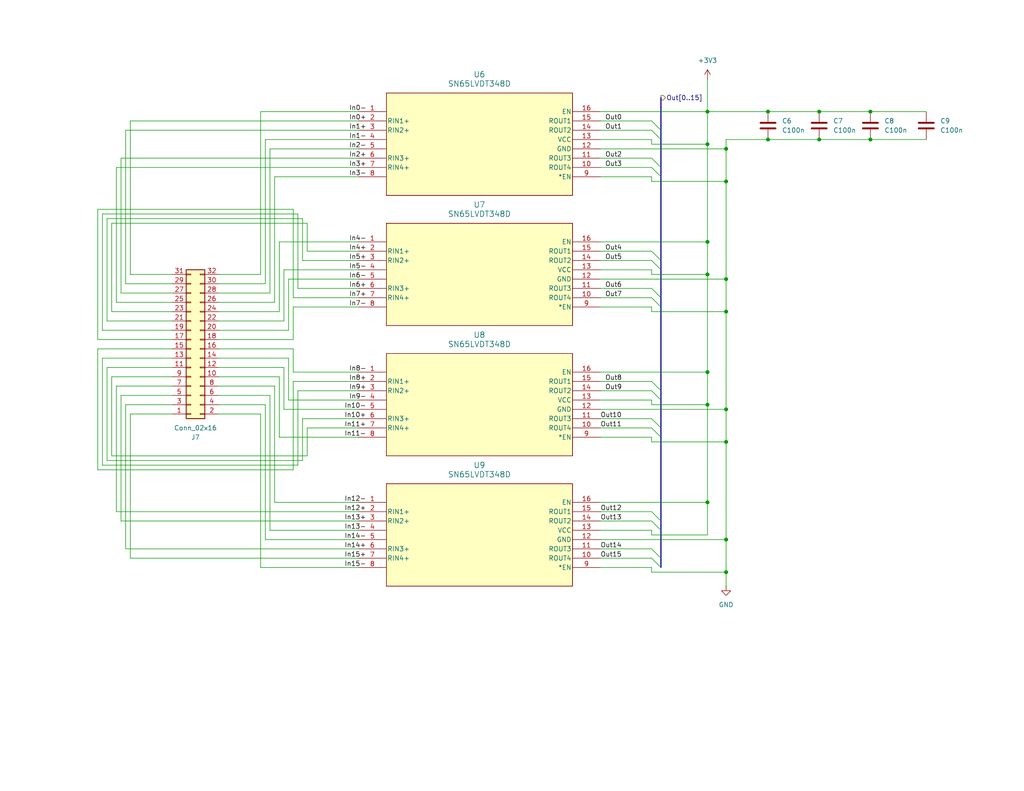
<source format=kicad_sch>
(kicad_sch (version 20231120) (generator "eeschema") (generator_version "8.0")
  (paper "USLetter")
  (title_block (title "LVDS Raspberry Pi Hat for KR260") (date "2025-01-12") (rev "1") (company "MIT Physics") (comment 1 "Noah Paladino"))
  (lib_symbols
    (symbol "Connector_Generic:Conn_02x16_Odd_Even" (pin_names (offset 1.016) hide)
      (property "Reference" "J" (at 1.27 20.32 0))
      (property "Value" "Conn_02x16_Odd_Even" (at 1.27 -22.86 0))
      (symbol "Conn_02x16_Odd_Even_1_1"
        (rectangle (start -1.27 -20.193) (end 0 -20.447) (stroke (width 0.1524)))
        (rectangle (start -1.27 -17.653) (end 0 -17.907) (stroke (width 0.1524)))
        (rectangle (start -1.27 -15.113) (end 0 -15.367) (stroke (width 0.1524)))
        (rectangle (start -1.27 -12.573) (end 0 -12.827) (stroke (width 0.1524)))
        (rectangle (start -1.27 -10.033) (end 0 -10.287) (stroke (width 0.1524)))
        (rectangle (start -1.27 -7.493) (end 0 -7.747) (stroke (width 0.1524)))
        (rectangle (start -1.27 -4.953) (end 0 -5.207) (stroke (width 0.1524)))
        (rectangle (start -1.27 -2.413) (end 0 -2.667) (stroke (width 0.1524)))
        (rectangle (start -1.27 0.127) (end 0 -0.127) (stroke (width 0.1524)))
        (rectangle (start -1.27 2.667) (end 0 2.413) (stroke (width 0.1524)))
        (rectangle (start -1.27 5.207) (end 0 4.953) (stroke (width 0.1524)))
        (rectangle (start -1.27 7.747) (end 0 7.493) (stroke (width 0.1524)))
        (rectangle (start -1.27 10.287) (end 0 10.033) (stroke (width 0.1524)))
        (rectangle (start -1.27 12.827) (end 0 12.573) (stroke (width 0.1524)))
        (rectangle (start -1.27 15.367) (end 0 15.113) (stroke (width 0.1524)))
        (rectangle (start -1.27 17.907) (end 0 17.653) (stroke (width 0.1524)))
        (rectangle (start -1.27 19.05) (end 3.81 -21.59) (stroke (width 0.254)) (fill (type background)))
        (rectangle (start 3.81 -20.193) (end 2.54 -20.447) (stroke (width 0.1524)))
        (rectangle (start 3.81 -17.653) (end 2.54 -17.907) (stroke (width 0.1524)))
        (rectangle (start 3.81 -15.113) (end 2.54 -15.367) (stroke (width 0.1524)))
        (rectangle (start 3.81 -12.573) (end 2.54 -12.827) (stroke (width 0.1524)))
        (rectangle (start 3.81 -10.033) (end 2.54 -10.287) (stroke (width 0.1524)))
        (rectangle (start 3.81 -7.493) (end 2.54 -7.747) (stroke (width 0.1524)))
        (rectangle (start 3.81 -4.953) (end 2.54 -5.207) (stroke (width 0.1524)))
        (rectangle (start 3.81 -2.413) (end 2.54 -2.667) (stroke (width 0.1524)))
        (rectangle (start 3.81 0.127) (end 2.54 -0.127) (stroke (width 0.1524)))
        (rectangle (start 3.81 2.667) (end 2.54 2.413) (stroke (width 0.1524)))
        (rectangle (start 3.81 5.207) (end 2.54 4.953) (stroke (width 0.1524)))
        (rectangle (start 3.81 7.747) (end 2.54 7.493) (stroke (width 0.1524)))
        (rectangle (start 3.81 10.287) (end 2.54 10.033) (stroke (width 0.1524)))
        (rectangle (start 3.81 12.827) (end 2.54 12.573) (stroke (width 0.1524)))
        (rectangle (start 3.81 15.367) (end 2.54 15.113) (stroke (width 0.1524)))
        (rectangle (start 3.81 17.907) (end 2.54 17.653) (stroke (width 0.1524)))
        (pin passive line (at -5.08 17.78 0) (length 3.81) (name "Pin_1") (number "1"))
        (pin passive line (at 7.62 7.62 180) (length 3.81) (name "Pin_10") (number "10"))
        (pin passive line (at -5.08 5.08 0) (length 3.81) (name "Pin_11") (number "11"))
        (pin passive line (at 7.62 5.08 180) (length 3.81) (name "Pin_12") (number "12"))
        (pin passive line (at -5.08 2.54 0) (length 3.81) (name "Pin_13") (number "13"))
        (pin passive line (at 7.62 2.54 180) (length 3.81) (name "Pin_14") (number "14"))
        (pin passive line (at -5.08 0 0) (length 3.81) (name "Pin_15") (number "15"))
        (pin passive line (at 7.62 0 180) (length 3.81) (name "Pin_16") (number "16"))
        (pin passive line (at -5.08 -2.54 0) (length 3.81) (name "Pin_17") (number "17"))
        (pin passive line (at 7.62 -2.54 180) (length 3.81) (name "Pin_18") (number "18"))
        (pin passive line (at -5.08 -5.08 0) (length 3.81) (name "Pin_19") (number "19"))
        (pin passive line (at 7.62 17.78 180) (length 3.81) (name "Pin_2") (number "2"))
        (pin passive line (at 7.62 -5.08 180) (length 3.81) (name "Pin_20") (number "20"))
        (pin passive line (at -5.08 -7.62 0) (length 3.81) (name "Pin_21") (number "21"))
        (pin passive line (at 7.62 -7.62 180) (length 3.81) (name "Pin_22") (number "22"))
        (pin passive line (at -5.08 -10.16 0) (length 3.81) (name "Pin_23") (number "23"))
        (pin passive line (at 7.62 -10.16 180) (length 3.81) (name "Pin_24") (number "24"))
        (pin passive line (at -5.08 -12.7 0) (length 3.81) (name "Pin_25") (number "25"))
        (pin passive line (at 7.62 -12.7 180) (length 3.81) (name "Pin_26") (number "26"))
        (pin passive line (at -5.08 -15.24 0) (length 3.81) (name "Pin_27") (number "27"))
        (pin passive line (at 7.62 -15.24 180) (length 3.81) (name "Pin_28") (number "28"))
        (pin passive line (at -5.08 -17.78 0) (length 3.81) (name "Pin_29") (number "29"))
        (pin passive line (at -5.08 15.24 0) (length 3.81) (name "Pin_3") (number "3"))
        (pin passive line (at 7.62 -17.78 180) (length 3.81) (name "Pin_30") (number "30"))
        (pin passive line (at -5.08 -20.32 0) (length 3.81) (name "Pin_31") (number "31"))
        (pin passive line (at 7.62 -20.32 180) (length 3.81) (name "Pin_32") (number "32"))
        (pin passive line (at 7.62 15.24 180) (length 3.81) (name "Pin_4") (number "4"))
        (pin passive line (at -5.08 12.7 0) (length 3.81) (name "Pin_5") (number "5"))
        (pin passive line (at 7.62 12.7 180) (length 3.81) (name "Pin_6") (number "6"))
        (pin passive line (at -5.08 10.16 0) (length 3.81) (name "Pin_7") (number "7"))
        (pin passive line (at 7.62 10.16 180) (length 3.81) (name "Pin_8") (number "8"))
        (pin passive line (at -5.08 7.62 0) (length 3.81) (name "Pin_9") (number "9"))
      )
    )
    (symbol "Device:C" (pin_numbers hide) (pin_names (offset 0.254))
      (property "Reference" "C" (at 0.635 2.54 0))
      (property "Value" "C" (at 0.635 -2.54 0))
      (symbol "C_0_1"
        (polyline (pts (xy -2.032 -0.762) (xy 2.032 -0.762)) (stroke (width 0.508)))
        (polyline (pts (xy -2.032 0.762) (xy 2.032 0.762)) (stroke (width 0.508)))
      )
      (symbol "C_1_1"
        (pin passive line (at 0 3.81 270) (length 2.794) (name "~") (number "1"))
        (pin passive line (at 0 -3.81 90) (length 2.794) (name "~") (number "2"))
      )
    )
    (symbol "SN65LVDT348D:SN65LVDT348D" (pin_names (offset 0.254))
      (property "Reference" "U" (at 33.02 10.16 0))
      (property "Value" "SN65LVDT348D" (at 33.02 7.62 0))
      (symbol "SN65LVDT348D_0_1"
        (polyline (pts (xy 7.62 -22.86) (xy 58.42 -22.86)) (stroke (width 0.127)))
        (polyline (pts (xy 7.62 5.08) (xy 7.62 -22.86)) (stroke (width 0.127)))
        (polyline (pts (xy 58.42 -22.86) (xy 58.42 5.08)) (stroke (width 0.127)))
        (polyline (pts (xy 58.42 5.08) (xy 7.62 5.08)) (stroke (width 0.127)) (fill (type background)))
        (rectangle (start 7.62 5.08) (end 58.42 -22.86) (fill (type background)))
        (pin input line (at 0 0 0) (length 7.62) (name "") (number "1"))
        (pin output line (at 66.04 -15.24 180) (length 7.62) (name "ROUT4") (number "10"))
        (pin output line (at 66.04 -12.7 180) (length 7.62) (name "ROUT3") (number "11"))
        (pin power_in line (at 66.04 -10.16 180) (length 7.62) (name "GND") (number "12"))
        (pin power_in line (at 66.04 -7.62 180) (length 7.62) (name "VCC") (number "13"))
        (pin output line (at 66.04 -5.08 180) (length 7.62) (name "ROUT2") (number "14"))
        (pin output line (at 66.04 -2.54 180) (length 7.62) (name "ROUT1") (number "15"))
        (pin unspecified line (at 66.04 0 180) (length 7.62) (name "EN") (number "16"))
        (pin input line (at 0 -2.54 0) (length 7.62) (name "RIN1+") (number "2"))
        (pin input line (at 0 -5.08 0) (length 7.62) (name "RIN2+") (number "3"))
        (pin input line (at 0 -7.62 0) (length 7.62) (name "") (number "4"))
        (pin input line (at 0 -10.16 0) (length 7.62) (name "") (number "5"))
        (pin input line (at 0 -12.7 0) (length 7.62) (name "RIN3+") (number "6"))
        (pin input line (at 0 -15.24 0) (length 7.62) (name "RIN4+") (number "7"))
        (pin input line (at 0 -17.78 0) (length 7.62) (name "") (number "8"))
        (pin unspecified line (at 66.04 -17.78 180) (length 7.62) (name "*EN") (number "9"))
      )
    )
    (symbol "power:+3V3" (power) (pin_numbers hide) (pin_names (offset 0) hide)
      (property "Value" "+3V3" (at 0 3.556 0))
      (symbol "+3V3_0_1"
        (polyline (pts (xy -0.762 1.27) (xy 0 2.54)))
        (polyline (pts (xy 0 0) (xy 0 2.54)))
        (polyline (pts (xy 0 2.54) (xy 0.762 1.27)))
      )
      (symbol "+3V3_1_1"
        (pin power_in line (at 0 0 90) (length 0) (name "~") (number "1"))
      )
    )
    (symbol "power:GND" (power) (pin_numbers hide) (pin_names (offset 0) hide)
      (property "Value" "GND" (at 0 -3.81 0))
      (symbol "GND_0_1"
        (polyline (pts (xy 0 0) (xy 0 -1.27) (xy 1.27 -1.27) (xy 0 -2.54) (xy -1.27 -1.27) (xy 0 -1.27)))
      )
      (symbol "GND_1_1"
        (pin power_in line (at 0 0 270) (length 0) (name "~") (number "1"))
      )
    )
  )
  (junction (at 198.12 76.2))
  (junction (at 193.04 74.93))
  (junction (at 193.04 66.04))
  (junction (at 198.12 156.21))
  (junction (at 209.55 38.1))
  (junction (at 223.52 38.1))
  (junction (at 198.12 49.53))
  (junction (at 193.04 39.37))
  (junction (at 193.04 30.48))
  (junction (at 193.04 110.49))
  (junction (at 198.12 40.64))
  (junction (at 237.49 38.1))
  (junction (at 198.12 147.32))
  (junction (at 209.55 30.48))
  (junction (at 198.12 111.76))
  (junction (at 193.04 101.6))
  (junction (at 193.04 137.16))
  (junction (at 223.52 30.48))
  (junction (at 198.12 85.09))
  (junction (at 237.49 30.48))
  (junction (at 198.12 120.65))
  (bus_entry (at 177.8 106.68) (size 2.54 2.54))
  (bus_entry (at 177.8 116.84) (size 2.54 2.54))
  (bus_entry (at 177.8 149.86) (size 2.54 2.54))
  (bus_entry (at 177.8 43.18) (size 2.54 2.54))
  (bus_entry (at 177.8 114.3) (size 2.54 2.54))
  (bus_entry (at 177.8 81.28) (size 2.54 2.54))
  (bus_entry (at 177.8 152.4) (size 2.54 2.54))
  (bus_entry (at 177.8 104.14) (size 2.54 2.54))
  (bus_entry (at 177.8 45.72) (size 2.54 2.54))
  (bus_entry (at 177.8 35.56) (size 2.54 2.54))
  (bus_entry (at 177.8 142.24) (size 2.54 2.54))
  (bus_entry (at 177.8 68.58) (size 2.54 2.54))
  (bus_entry (at 177.8 33.02) (size 2.54 2.54))
  (bus_entry (at 177.8 139.7) (size 2.54 2.54))
  (bus_entry (at 177.8 71.12) (size 2.54 2.54))
  (bus_entry (at 177.8 78.74) (size 2.54 2.54))
  (wire (pts (xy 29.21 100.33) (xy 29.21 125.73)))
  (wire (pts (xy 33.02 80.01) (xy 33.02 43.18)))
  (wire (pts (xy 33.02 43.18) (xy 97.79 43.18)))
  (wire (pts (xy 26.67 57.15) (xy 26.67 92.71)))
  (wire (pts (xy 80.01 81.28) (xy 80.01 57.15)))
  (wire (pts (xy 46.99 80.01) (xy 33.02 80.01)))
  (wire (pts (xy 97.79 104.14) (xy 80.01 104.14)))
  (wire (pts (xy 74.93 105.41) (xy 74.93 137.16)))
  (wire (pts (xy 35.56 74.93) (xy 46.99 74.93)))
  (wire (pts (xy 97.79 106.68) (xy 81.28 106.68)))
  (wire (pts (xy 74.93 137.16) (xy 97.79 137.16)))
  (wire (pts (xy 209.55 30.48) (xy 223.52 30.48)))
  (bus (pts (xy 180.34 71.12) (xy 180.34 73.66)))
  (bus (pts (xy 180.34 38.1) (xy 180.34 45.72)))
  (wire (pts (xy 163.83 73.66) (xy 177.8 73.66)))
  (wire (pts (xy 29.21 125.73) (xy 82.55 125.73)))
  (wire (pts (xy 198.12 156.21) (xy 198.12 160.02)))
  (wire (pts (xy 76.2 119.38) (xy 97.79 119.38)))
  (wire (pts (xy 193.04 66.04) (xy 193.04 74.93)))
  (bus (pts (xy 180.34 48.26) (xy 180.34 71.12)))
  (wire (pts (xy 35.56 152.4) (xy 97.79 152.4)))
  (wire (pts (xy 31.75 82.55) (xy 46.99 82.55)))
  (wire (pts (xy 163.83 83.82) (xy 177.8 83.82)))
  (wire (pts (xy 77.47 111.76) (xy 97.79 111.76)))
  (wire (pts (xy 29.21 59.69) (xy 82.55 59.69)))
  (wire (pts (xy 30.48 60.96) (xy 83.82 60.96)))
  (wire (pts (xy 35.56 74.93) (xy 35.56 33.02)))
  (wire (pts (xy 193.04 30.48) (xy 193.04 39.37)))
  (wire (pts (xy 73.66 80.01) (xy 73.66 40.64)))
  (wire (pts (xy 72.39 147.32) (xy 97.79 147.32)))
  (wire (pts (xy 163.83 114.3) (xy 177.8 114.3)))
  (wire (pts (xy 177.8 38.1) (xy 177.8 39.37)))
  (wire (pts (xy 237.49 38.1) (xy 252.73 38.1)))
  (wire (pts (xy 198.12 120.65) (xy 198.12 147.32)))
  (wire (pts (xy 74.93 48.26) (xy 74.93 82.55)))
  (wire (pts (xy 46.99 87.63) (xy 29.21 87.63)))
  (bus (pts (xy 180.34 83.82) (xy 180.34 106.68)))
  (wire (pts (xy 163.83 38.1) (xy 177.8 38.1)))
  (wire (pts (xy 30.48 124.46) (xy 30.48 102.87)))
  (wire (pts (xy 177.8 39.37) (xy 193.04 39.37)))
  (wire (pts (xy 34.29 35.56) (xy 34.29 77.47)))
  (wire (pts (xy 80.01 101.6) (xy 97.79 101.6)))
  (bus (pts (xy 180.34 152.4) (xy 180.34 154.94)))
  (wire (pts (xy 163.83 30.48) (xy 193.04 30.48)))
  (wire (pts (xy 193.04 39.37) (xy 193.04 66.04)))
  (wire (pts (xy 46.99 107.95) (xy 33.02 107.95)))
  (wire (pts (xy 198.12 85.09) (xy 198.12 111.76)))
  (wire (pts (xy 46.99 100.33) (xy 29.21 100.33)))
  (wire (pts (xy 193.04 146.05) (xy 177.8 146.05)))
  (wire (pts (xy 177.8 49.53) (xy 198.12 49.53)))
  (wire (pts (xy 97.79 35.56) (xy 34.29 35.56)))
  (wire (pts (xy 59.69 102.87) (xy 76.2 102.87)))
  (wire (pts (xy 71.12 74.93) (xy 71.12 30.48)))
  (wire (pts (xy 71.12 154.94) (xy 97.79 154.94)))
  (wire (pts (xy 163.83 81.28) (xy 177.8 81.28)))
  (wire (pts (xy 59.69 90.17) (xy 78.74 90.17)))
  (wire (pts (xy 163.83 106.68) (xy 177.8 106.68)))
  (bus (pts (xy 180.34 116.84) (xy 180.34 119.38)))
  (wire (pts (xy 163.83 43.18) (xy 177.8 43.18)))
  (wire (pts (xy 83.82 116.84) (xy 83.82 124.46)))
  (wire (pts (xy 163.83 101.6) (xy 193.04 101.6)))
  (wire (pts (xy 193.04 137.16) (xy 193.04 146.05)))
  (wire (pts (xy 30.48 102.87) (xy 46.99 102.87)))
  (wire (pts (xy 163.83 48.26) (xy 177.8 48.26)))
  (wire (pts (xy 193.04 74.93) (xy 193.04 101.6)))
  (wire (pts (xy 26.67 92.71) (xy 46.99 92.71)))
  (wire (pts (xy 193.04 110.49) (xy 193.04 137.16)))
  (wire (pts (xy 163.83 78.74) (xy 177.8 78.74)))
  (bus (pts (xy 180.34 45.72) (xy 180.34 48.26)))
  (wire (pts (xy 31.75 45.72) (xy 31.75 82.55)))
  (wire (pts (xy 97.79 83.82) (xy 80.01 83.82)))
  (wire (pts (xy 177.8 109.22) (xy 177.8 110.49)))
  (wire (pts (xy 177.8 120.65) (xy 198.12 120.65)))
  (wire (pts (xy 26.67 95.25) (xy 46.99 95.25)))
  (wire (pts (xy 35.56 33.02) (xy 97.79 33.02)))
  (wire (pts (xy 33.02 142.24) (xy 97.79 142.24)))
  (wire (pts (xy 163.83 152.4) (xy 177.8 152.4)))
  (bus (pts (xy 180.34 73.66) (xy 180.34 81.28)))
  (wire (pts (xy 163.83 147.32) (xy 198.12 147.32)))
  (wire (pts (xy 163.83 142.24) (xy 177.8 142.24)))
  (wire (pts (xy 81.28 58.42) (xy 81.28 78.74)))
  (wire (pts (xy 163.83 66.04) (xy 193.04 66.04)))
  (wire (pts (xy 177.8 85.09) (xy 198.12 85.09)))
  (wire (pts (xy 163.83 154.94) (xy 177.8 154.94)))
  (wire (pts (xy 71.12 113.03) (xy 71.12 154.94)))
  (bus (pts (xy 180.34 81.28) (xy 180.34 83.82)))
  (wire (pts (xy 30.48 85.09) (xy 30.48 60.96)))
  (wire (pts (xy 34.29 149.86) (xy 97.79 149.86)))
  (wire (pts (xy 33.02 107.95) (xy 33.02 142.24)))
  (wire (pts (xy 198.12 49.53) (xy 198.12 76.2)))
  (wire (pts (xy 198.12 38.1) (xy 198.12 40.64)))
  (wire (pts (xy 59.69 105.41) (xy 74.93 105.41)))
  (wire (pts (xy 82.55 71.12) (xy 97.79 71.12)))
  (wire (pts (xy 77.47 73.66) (xy 77.47 87.63)))
  (wire (pts (xy 163.83 139.7) (xy 177.8 139.7)))
  (wire (pts (xy 177.8 74.93) (xy 193.04 74.93)))
  (wire (pts (xy 163.83 144.78) (xy 177.8 144.78)))
  (wire (pts (xy 163.83 111.76) (xy 198.12 111.76)))
  (wire (pts (xy 237.49 30.48) (xy 252.73 30.48)))
  (wire (pts (xy 27.94 127) (xy 27.94 97.79)))
  (wire (pts (xy 163.83 45.72) (xy 177.8 45.72)))
  (wire (pts (xy 77.47 100.33) (xy 77.47 111.76)))
  (wire (pts (xy 78.74 76.2) (xy 97.79 76.2)))
  (wire (pts (xy 163.83 116.84) (xy 177.8 116.84)))
  (bus (pts (xy 180.34 109.22) (xy 180.34 116.84)))
  (wire (pts (xy 72.39 77.47) (xy 59.69 77.47)))
  (wire (pts (xy 80.01 104.14) (xy 80.01 128.27)))
  (wire (pts (xy 177.8 48.26) (xy 177.8 49.53)))
  (bus (pts (xy 180.34 35.56) (xy 180.34 38.1)))
  (wire (pts (xy 26.67 128.27) (xy 26.67 95.25)))
  (wire (pts (xy 163.83 35.56) (xy 177.8 35.56)))
  (bus (pts (xy 180.34 144.78) (xy 180.34 152.4)))
  (wire (pts (xy 80.01 95.25) (xy 80.01 101.6)))
  (wire (pts (xy 80.01 57.15) (xy 26.67 57.15)))
  (wire (pts (xy 198.12 40.64) (xy 198.12 49.53)))
  (wire (pts (xy 163.83 137.16) (xy 193.04 137.16)))
  (wire (pts (xy 80.01 83.82) (xy 80.01 92.71)))
  (wire (pts (xy 34.29 77.47) (xy 46.99 77.47)))
  (wire (pts (xy 72.39 110.49) (xy 72.39 147.32)))
  (wire (pts (xy 46.99 85.09) (xy 30.48 85.09)))
  (wire (pts (xy 76.2 85.09) (xy 76.2 66.04)))
  (wire (pts (xy 209.55 38.1) (xy 223.52 38.1)))
  (wire (pts (xy 80.01 92.71) (xy 59.69 92.71)))
  (wire (pts (xy 29.21 87.63) (xy 29.21 59.69)))
  (wire (pts (xy 59.69 87.63) (xy 77.47 87.63)))
  (wire (pts (xy 97.79 73.66) (xy 77.47 73.66)))
  (wire (pts (xy 97.79 48.26) (xy 74.93 48.26)))
  (wire (pts (xy 163.83 40.64) (xy 198.12 40.64)))
  (wire (pts (xy 59.69 113.03) (xy 71.12 113.03)))
  (wire (pts (xy 59.69 97.79) (xy 78.74 97.79)))
  (wire (pts (xy 78.74 109.22) (xy 97.79 109.22)))
  (bus (pts (xy 180.34 106.68) (xy 180.34 109.22)))
  (wire (pts (xy 177.8 146.05) (xy 177.8 144.78)))
  (wire (pts (xy 97.79 38.1) (xy 72.39 38.1)))
  (wire (pts (xy 177.8 154.94) (xy 177.8 156.21)))
  (wire (pts (xy 83.82 68.58) (xy 97.79 68.58)))
  (wire (pts (xy 31.75 139.7) (xy 97.79 139.7)))
  (wire (pts (xy 27.94 97.79) (xy 46.99 97.79)))
  (wire (pts (xy 76.2 102.87) (xy 76.2 119.38)))
  (bus (pts (xy 180.34 119.38) (xy 180.34 142.24)))
  (wire (pts (xy 73.66 40.64) (xy 97.79 40.64)))
  (wire (pts (xy 177.8 156.21) (xy 198.12 156.21)))
  (wire (pts (xy 59.69 100.33) (xy 77.47 100.33)))
  (wire (pts (xy 80.01 128.27) (xy 26.67 128.27)))
  (wire (pts (xy 82.55 125.73) (xy 82.55 114.3)))
  (bus (pts (xy 180.34 26.67) (xy 180.34 35.56)))
  (wire (pts (xy 59.69 80.01) (xy 73.66 80.01)))
  (wire (pts (xy 59.69 74.93) (xy 71.12 74.93)))
  (wire (pts (xy 73.66 107.95) (xy 73.66 144.78)))
  (wire (pts (xy 34.29 110.49) (xy 34.29 149.86)))
  (wire (pts (xy 193.04 30.48) (xy 209.55 30.48)))
  (wire (pts (xy 59.69 110.49) (xy 72.39 110.49)))
  (bus (pts (xy 180.34 142.24) (xy 180.34 144.78)))
  (wire (pts (xy 163.83 68.58) (xy 177.8 68.58)))
  (wire (pts (xy 31.75 105.41) (xy 31.75 139.7)))
  (wire (pts (xy 193.04 101.6) (xy 193.04 110.49)))
  (wire (pts (xy 97.79 81.28) (xy 80.01 81.28)))
  (wire (pts (xy 193.04 21.59) (xy 193.04 30.48)))
  (wire (pts (xy 198.12 147.32) (xy 198.12 156.21)))
  (wire (pts (xy 73.66 144.78) (xy 97.79 144.78)))
  (wire (pts (xy 59.69 85.09) (xy 76.2 85.09)))
  (wire (pts (xy 27.94 90.17) (xy 27.94 58.42)))
  (wire (pts (xy 83.82 60.96) (xy 83.82 68.58)))
  (wire (pts (xy 223.52 38.1) (xy 237.49 38.1)))
  (wire (pts (xy 163.83 119.38) (xy 177.8 119.38)))
  (wire (pts (xy 81.28 127) (xy 27.94 127)))
  (wire (pts (xy 163.83 109.22) (xy 177.8 109.22)))
  (wire (pts (xy 163.83 33.02) (xy 177.8 33.02)))
  (wire (pts (xy 72.39 38.1) (xy 72.39 77.47)))
  (wire (pts (xy 74.93 82.55) (xy 59.69 82.55)))
  (wire (pts (xy 35.56 113.03) (xy 35.56 152.4)))
  (wire (pts (xy 177.8 119.38) (xy 177.8 120.65)))
  (wire (pts (xy 46.99 110.49) (xy 34.29 110.49)))
  (wire (pts (xy 46.99 113.03) (xy 35.56 113.03)))
  (wire (pts (xy 59.69 107.95) (xy 73.66 107.95)))
  (wire (pts (xy 177.8 110.49) (xy 193.04 110.49)))
  (wire (pts (xy 46.99 105.41) (xy 31.75 105.41)))
  (wire (pts (xy 76.2 66.04) (xy 97.79 66.04)))
  (wire (pts (xy 163.83 71.12) (xy 177.8 71.12)))
  (wire (pts (xy 97.79 116.84) (xy 83.82 116.84)))
  (wire (pts (xy 83.82 124.46) (xy 30.48 124.46)))
  (wire (pts (xy 71.12 30.48) (xy 97.79 30.48)))
  (wire (pts (xy 46.99 90.17) (xy 27.94 90.17)))
  (wire (pts (xy 81.28 78.74) (xy 97.79 78.74)))
  (wire (pts (xy 97.79 45.72) (xy 31.75 45.72)))
  (wire (pts (xy 59.69 95.25) (xy 80.01 95.25)))
  (wire (pts (xy 198.12 111.76) (xy 198.12 120.65)))
  (wire (pts (xy 177.8 83.82) (xy 177.8 85.09)))
  (wire (pts (xy 209.55 38.1) (xy 198.12 38.1)))
  (wire (pts (xy 177.8 73.66) (xy 177.8 74.93)))
  (wire (pts (xy 223.52 30.48) (xy 237.49 30.48)))
  (wire (pts (xy 198.12 76.2) (xy 198.12 85.09)))
  (wire (pts (xy 82.55 114.3) (xy 97.79 114.3)))
  (wire (pts (xy 82.55 59.69) (xy 82.55 71.12)))
  (wire (pts (xy 163.83 104.14) (xy 177.8 104.14)))
  (wire (pts (xy 81.28 106.68) (xy 81.28 127)))
  (wire (pts (xy 27.94 58.42) (xy 81.28 58.42)))
  (wire (pts (xy 163.83 149.86) (xy 177.8 149.86)))
  (wire (pts (xy 163.83 76.2) (xy 198.12 76.2)))
  (wire (pts (xy 78.74 90.17) (xy 78.74 76.2)))
  (wire (pts (xy 78.74 97.79) (xy 78.74 109.22)))
  (label "In11+" (at 93.98 116.84 0))
  (label "In6+" (at 95.25 78.74 0))
  (label "Out12" (at 163.83 139.7 0))
  (label "Out0" (at 165.1 33.02 0))
  (label "In6-" (at 95.25 76.2 0))
  (label "In1+" (at 95.25 35.56 0))
  (label "In9+" (at 95.25 106.68 0))
  (label "In7-" (at 95.25 83.82 0))
  (label "In3-" (at 95.25 48.26 0))
  (label "Out5" (at 165.1 71.12 0))
  (label "Out14" (at 163.83 149.86 0))
  (label "Out3" (at 165.1 45.72 0))
  (label "In9-" (at 95.25 109.22 0))
  (label "In5-" (at 95.25 73.66 0))
  (label "In15+" (at 93.98 152.4 0))
  (label "In14-" (at 93.98 147.32 0))
  (label "Out8" (at 165.1 104.14 0))
  (label "In4+" (at 95.25 68.58 0))
  (label "Out11" (at 163.83 116.84 0))
  (label "Out4" (at 165.1 68.58 0))
  (label "In11-" (at 93.98 119.38 0))
  (label "In2+" (at 95.25 43.18 0))
  (label "In8+" (at 95.25 104.14 0))
  (label "In0+" (at 95.25 33.02 0))
  (label "In4-" (at 95.25 66.04 0))
  (label "In0-" (at 95.25 30.48 0))
  (label "In15-" (at 93.98 154.94 0))
  (label "In8-" (at 95.25 101.6 0))
  (label "In12+" (at 93.98 139.7 0))
  (label "Out15" (at 163.83 152.4 0))
  (label "Out1" (at 165.1 35.56 0))
  (label "Out10" (at 163.83 114.3 0))
  (label "Out6" (at 165.1 78.74 0))
  (label "Out9" (at 165.1 106.68 0))
  (label "In5+" (at 95.25 71.12 0))
  (label "In1-" (at 95.25 38.1 0))
  (label "In13-" (at 93.98 144.78 0))
  (label "In10-" (at 93.98 111.76 0))
  (label "In7+" (at 95.25 81.28 0))
  (label "Out2" (at 165.1 43.18 0))
  (label "In13+" (at 93.98 142.24 0))
  (label "In12-" (at 93.98 137.16 0))
  (label "In10+" (at 93.98 114.3 0))
  (label "In3+" (at 95.25 45.72 0))
  (label "Out7" (at 165.1 81.28 0))
  (label "In14+" (at 93.98 149.86 0))
  (label "Out13" (at 163.83 142.24 0))
  (label "In2-" (at 95.25 40.64 0))
  (hierarchical_label "Out[0..15]" (shape output) (at 180.34 26.67 0))
  (symbol (lib_id "power:+3V3") (at 193.04 21.59 0) (unit 1)
    (property "Reference" "#PWR012" (effects (hide yes)))
    (property "Value" "+3V3" (at 193.04 16.51 0))
    (property "Description" "Power symbol creates a global label with name \"+3V3\"" (effects (hide yes)))
  )
  (symbol (lib_id "power:GND") (at 198.12 160.02 0) (unit 1)
    (property "Reference" "#PWR013" (effects (hide yes)))
    (property "Value" "GND" (at 198.12 165.1 0))
    (property "Description" "Power symbol creates a global label with name \"GND\" , ground" (effects (hide yes)))
  )
  (symbol (lib_id "SN65LVDT348D:SN65LVDT348D") (at 97.79 66.04 0) (unit 1)
    (property "Reference" "U7" (at 130.81 55.88 0) (effects (font (size 1.524 1.524))))
    (property "Value" "SN65LVDT348D" (at 130.81 58.42 0) (effects (font (size 1.524 1.524))))
    (property "Footprint" "SN65LVDT348D:D16-M" (effects (hide yes)))
    (property "Datasheet" "SN65LVDT348D" (effects (hide yes)))
  )
  (symbol (lib_id "Device:C") (at 223.52 34.29 0) (unit 1)
    (property "Reference" "C7" (at 227.33 33.0199 0) (effects (justify left)))
    (property "Value" "C100n" (at 227.33 35.5599 0) (effects (justify left)))
    (property "Footprint" "Capacitor_SMD:C_0402_1005Metric_Pad0.74x0.62mm_HandSolder" (effects (hide yes)))
    (property "Description" "Unpolarized capacitor" (effects (hide yes)))
  )
  (symbol (lib_id "SN65LVDT348D:SN65LVDT348D") (at 97.79 101.6 0) (unit 1)
    (property "Reference" "U8" (at 130.81 91.44 0) (effects (font (size 1.524 1.524))))
    (property "Value" "SN65LVDT348D" (at 130.81 93.98 0) (effects (font (size 1.524 1.524))))
    (property "Footprint" "SN65LVDT348D:D16-M" (effects (hide yes)))
    (property "Datasheet" "SN65LVDT348D" (effects (hide yes)))
  )
  (symbol (lib_id "Connector_Generic:Conn_02x16_Odd_Even") (at 52.07 95.25 0) (mirror x) (unit 1)
    (property "Reference" "J7" (at 53.34 119.38 0))
    (property "Value" "Conn_02x16" (at 53.34 116.84 0))
    (property "Footprint" "Connector_PinHeader_2.54mm:PinHeader_2x16_P2.54mm_Vertical" (effects (hide yes)))
    (property "Description" "Generic connector, double row, 02x16, odd/even pin numbering scheme (row 1 odd numbers, row 2 even numbers), script generated (kicad-library-utils/schlib/autogen/connector/)" (effects (hide yes)))
  )
  (symbol (lib_id "Device:C") (at 252.73 34.29 0) (unit 1)
    (property "Reference" "C9" (at 256.54 33.0199 0) (effects (justify left)))
    (property "Value" "C100n" (at 256.54 35.5599 0) (effects (justify left)))
    (property "Footprint" "Capacitor_SMD:C_0402_1005Metric_Pad0.74x0.62mm_HandSolder" (effects (hide yes)))
    (property "Description" "Unpolarized capacitor" (effects (hide yes)))
  )
  (symbol (lib_id "SN65LVDT348D:SN65LVDT348D") (at 97.79 30.48 0) (unit 1)
    (property "Reference" "U6" (at 130.81 20.32 0) (effects (font (size 1.524 1.524))))
    (property "Value" "SN65LVDT348D" (at 130.81 22.86 0) (effects (font (size 1.524 1.524))))
    (property "Footprint" "SN65LVDT348D:D16-M" (effects (hide yes)))
    (property "Datasheet" "SN65LVDT348D" (effects (hide yes)))
  )
  (symbol (lib_id "Device:C") (at 209.55 34.29 0) (unit 1)
    (property "Reference" "C6" (at 213.36 33.0199 0) (effects (justify left)))
    (property "Value" "C100n" (at 213.36 35.5599 0) (effects (justify left)))
    (property "Footprint" "Capacitor_SMD:C_0402_1005Metric_Pad0.74x0.62mm_HandSolder" (effects (hide yes)))
    (property "Description" "Unpolarized capacitor" (effects (hide yes)))
  )
  (symbol (lib_id "SN65LVDT348D:SN65LVDT348D") (at 97.79 137.16 0) (unit 1)
    (property "Reference" "U9" (at 130.81 127 0) (effects (font (size 1.524 1.524))))
    (property "Value" "SN65LVDT348D" (at 130.81 129.54 0) (effects (font (size 1.524 1.524))))
    (property "Footprint" "SN65LVDT348D:D16-M" (effects (hide yes)))
    (property "Datasheet" "SN65LVDT348D" (effects (hide yes)))
  )
  (symbol (lib_id "Device:C") (at 237.49 34.29 0) (unit 1)
    (property "Reference" "C8" (at 241.3 33.0199 0) (effects (justify left)))
    (property "Value" "C100n" (at 241.3 35.5599 0) (effects (justify left)))
    (property "Footprint" "Capacitor_SMD:C_0402_1005Metric_Pad0.74x0.62mm_HandSolder" (effects (hide yes)))
    (property "Description" "Unpolarized capacitor" (effects (hide yes)))
  )
)
</source>
